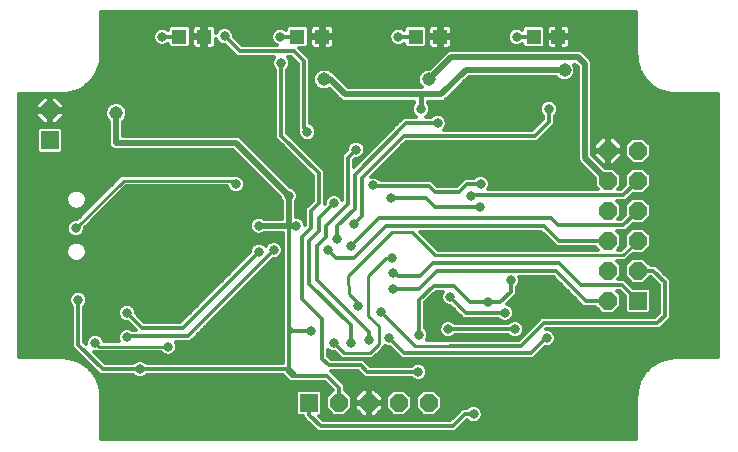
<source format=gbl>
G75*
G70*
%OFA0B0*%
%FSLAX24Y24*%
%IPPOS*%
%LPD*%
%AMOC8*
5,1,8,0,0,1.08239X$1,22.5*
%
%ADD10R,0.0472X0.0472*%
%ADD11R,0.0600X0.0600*%
%ADD12OC8,0.0600*%
%ADD13C,0.0120*%
%ADD14C,0.0320*%
%ADD15C,0.0450*%
%ADD16C,0.0200*%
%ADD17C,0.0100*%
%ADD18C,0.0160*%
D10*
X009886Y018179D03*
X010713Y018179D03*
X013823Y018179D03*
X014650Y018179D03*
X017760Y018179D03*
X018587Y018179D03*
X021697Y018179D03*
X022524Y018179D03*
D11*
X025170Y009379D03*
X014205Y005974D03*
X005575Y014726D03*
D12*
X005575Y015726D03*
X015205Y005974D03*
X016205Y005974D03*
X017205Y005974D03*
X018205Y005974D03*
X024170Y009379D03*
X024170Y010379D03*
X025170Y010379D03*
X025170Y011379D03*
X024170Y011379D03*
X024170Y012379D03*
X025170Y012379D03*
X025170Y013379D03*
X024170Y013379D03*
X024170Y014379D03*
X025170Y014379D03*
D13*
X007290Y006119D02*
X007290Y004756D01*
X025120Y004756D01*
X025120Y006119D01*
X025117Y006123D01*
X025120Y006176D01*
X025120Y006229D01*
X025125Y006233D01*
X025130Y006302D01*
X025123Y006312D01*
X025134Y006359D01*
X025137Y006407D01*
X025146Y006414D01*
X025162Y006488D01*
X025157Y006498D01*
X025174Y006543D01*
X025184Y006590D01*
X025193Y006596D01*
X025220Y006667D01*
X025217Y006678D01*
X025240Y006720D01*
X025256Y006765D01*
X025267Y006769D01*
X025303Y006835D01*
X025301Y006847D01*
X025330Y006885D01*
X025353Y006927D01*
X025364Y006930D01*
X025409Y006991D01*
X025409Y007002D01*
X025443Y007036D01*
X025472Y007074D01*
X025483Y007076D01*
X025536Y007129D01*
X025538Y007141D01*
X025576Y007169D01*
X025610Y007203D01*
X025622Y007203D01*
X025682Y007248D01*
X025685Y007259D01*
X025727Y007282D01*
X025766Y007311D01*
X025777Y007309D01*
X025843Y007346D01*
X025848Y007356D01*
X025893Y007373D01*
X025935Y007396D01*
X025946Y007392D01*
X026016Y007419D01*
X026022Y007428D01*
X026069Y007439D01*
X026114Y007455D01*
X026125Y007451D01*
X026198Y007467D01*
X026206Y007475D01*
X026253Y007479D01*
X026300Y007489D01*
X026310Y007483D01*
X026379Y007488D01*
X026384Y007492D01*
X026436Y007492D01*
X026489Y007496D01*
X026494Y007492D01*
X027856Y007492D01*
X027856Y016267D01*
X026494Y016267D01*
X026489Y016263D01*
X026436Y016267D01*
X026384Y016267D01*
X026379Y016271D01*
X026310Y016276D01*
X026300Y016270D01*
X026253Y016280D01*
X026206Y016283D01*
X026198Y016292D01*
X026125Y016308D01*
X026114Y016303D01*
X026069Y016320D01*
X026022Y016330D01*
X026016Y016340D01*
X025946Y016366D01*
X025935Y016363D01*
X025893Y016386D01*
X025848Y016403D01*
X025843Y016413D01*
X025777Y016449D01*
X025766Y016448D01*
X025727Y016476D01*
X025685Y016499D01*
X025682Y016510D01*
X025622Y016555D01*
X025610Y016555D01*
X025576Y016589D01*
X025538Y016618D01*
X025536Y016629D01*
X025483Y016683D01*
X025472Y016684D01*
X025443Y016723D01*
X025409Y016757D01*
X025409Y016768D01*
X025364Y016828D01*
X025353Y016831D01*
X025330Y016874D01*
X025301Y016912D01*
X025303Y016923D01*
X025267Y016989D01*
X025256Y016994D01*
X025240Y017039D01*
X025217Y017081D01*
X025220Y017092D01*
X025193Y017163D01*
X025184Y017169D01*
X025174Y017216D01*
X025157Y017261D01*
X025162Y017271D01*
X025146Y017345D01*
X025137Y017352D01*
X025134Y017400D01*
X025123Y017447D01*
X025130Y017456D01*
X025125Y017526D01*
X025120Y017530D01*
X025120Y017583D01*
X025117Y017636D01*
X025120Y017640D01*
X025120Y019003D01*
X007290Y019003D01*
X007290Y017640D01*
X007294Y017636D01*
X007290Y017583D01*
X007290Y017530D01*
X007286Y017526D01*
X007281Y017456D01*
X007287Y017447D01*
X007277Y017400D01*
X007274Y017352D01*
X007265Y017345D01*
X007249Y017271D01*
X007254Y017261D01*
X007237Y017216D01*
X007227Y017169D01*
X007217Y017163D01*
X007191Y017092D01*
X007194Y017081D01*
X007171Y017039D01*
X007154Y016994D01*
X007144Y016989D01*
X007108Y016923D01*
X007110Y016912D01*
X007081Y016874D01*
X007058Y016831D01*
X007047Y016828D01*
X007002Y016768D01*
X007002Y016757D01*
X006968Y016723D01*
X006939Y016684D01*
X006928Y016683D01*
X006874Y016629D01*
X006873Y016618D01*
X006835Y016589D01*
X006801Y016555D01*
X006789Y016555D01*
X006729Y016510D01*
X006726Y016499D01*
X006684Y016476D01*
X006645Y016448D01*
X006634Y016449D01*
X006568Y016413D01*
X006563Y016403D01*
X006518Y016386D01*
X006476Y016363D01*
X006465Y016366D01*
X006394Y016340D01*
X006388Y016330D01*
X006341Y016320D01*
X006296Y016303D01*
X006286Y016308D01*
X006212Y016292D01*
X006205Y016283D01*
X006157Y016280D01*
X006110Y016270D01*
X006101Y016276D01*
X006031Y016271D01*
X006027Y016267D01*
X005974Y016267D01*
X005921Y016263D01*
X005917Y016267D01*
X004554Y016267D01*
X004554Y007492D01*
X005917Y007492D01*
X005921Y007496D01*
X005974Y007492D01*
X006027Y007492D01*
X006031Y007488D01*
X006101Y007483D01*
X006110Y007489D01*
X006157Y007479D01*
X006205Y007475D01*
X006212Y007467D01*
X006286Y007451D01*
X006296Y007455D01*
X006341Y007439D01*
X006388Y007428D01*
X006394Y007419D01*
X006465Y007392D01*
X006476Y007396D01*
X006518Y007373D01*
X006563Y007356D01*
X006568Y007346D01*
X006634Y007309D01*
X006645Y007311D01*
X006683Y007282D01*
X006726Y007259D01*
X006729Y007248D01*
X006789Y007203D01*
X006801Y007203D01*
X006835Y007169D01*
X006873Y007141D01*
X006874Y007129D01*
X006928Y007076D01*
X006939Y007074D01*
X006968Y007036D01*
X007002Y007002D01*
X007002Y006991D01*
X007047Y006930D01*
X007058Y006927D01*
X007081Y006885D01*
X007110Y006847D01*
X007108Y006835D01*
X007144Y006769D01*
X007154Y006765D01*
X007171Y006720D01*
X007194Y006678D01*
X007191Y006667D01*
X007217Y006596D01*
X007227Y006590D01*
X007237Y006543D01*
X007254Y006498D01*
X007249Y006488D01*
X007265Y006414D01*
X007274Y006407D01*
X007277Y006359D01*
X007287Y006312D01*
X007281Y006302D01*
X007286Y006233D01*
X007290Y006229D01*
X007290Y006176D01*
X007294Y006123D01*
X007290Y006119D01*
X007293Y006137D02*
X013765Y006137D01*
X013765Y006256D02*
X007284Y006256D01*
X007276Y006374D02*
X013808Y006374D01*
X013847Y006414D02*
X013765Y006332D01*
X013765Y005616D01*
X013847Y005534D01*
X014005Y005534D01*
X014005Y005502D01*
X014122Y005385D01*
X014511Y004996D01*
X014677Y004996D01*
X018911Y004996D01*
X019077Y004996D01*
X019470Y005389D01*
X019524Y005335D01*
X019635Y005290D01*
X019754Y005290D01*
X019864Y005335D01*
X019949Y005420D01*
X019994Y005530D01*
X019994Y005649D01*
X019949Y005760D01*
X019864Y005844D01*
X019754Y005890D01*
X019635Y005890D01*
X019524Y005844D01*
X019476Y005796D01*
X019396Y005796D01*
X019316Y005798D01*
X019314Y005796D01*
X019311Y005796D01*
X019254Y005739D01*
X019196Y005683D01*
X019196Y005680D01*
X018911Y005396D01*
X014677Y005396D01*
X014539Y005534D01*
X014563Y005534D01*
X014645Y005616D01*
X014645Y006332D01*
X014563Y006414D01*
X013847Y006414D01*
X013865Y006679D02*
X013699Y006679D01*
X013637Y006679D01*
X013574Y006679D01*
X013546Y006708D01*
X013457Y006796D01*
X013457Y006797D01*
X013387Y006867D01*
X013387Y006867D01*
X013358Y006896D01*
X008806Y006896D01*
X008752Y006842D01*
X008642Y006796D01*
X008522Y006796D01*
X008412Y006842D01*
X008358Y006896D01*
X007415Y006896D01*
X007249Y006896D01*
X006436Y007708D01*
X006319Y007826D01*
X006319Y009184D01*
X006265Y009238D01*
X006219Y009349D01*
X006219Y009468D01*
X006265Y009578D01*
X006349Y009663D01*
X006460Y009708D01*
X006579Y009708D01*
X006689Y009663D01*
X006774Y009578D01*
X006819Y009468D01*
X006819Y009349D01*
X006774Y009238D01*
X006719Y009184D01*
X006719Y007991D01*
X006782Y007929D01*
X006782Y008031D01*
X006828Y008141D01*
X006912Y008225D01*
X007022Y008271D01*
X007142Y008271D01*
X007866Y008271D01*
X007844Y008218D02*
X007844Y008099D01*
X007870Y008036D01*
X007380Y008036D01*
X007336Y008141D01*
X007252Y008225D01*
X007142Y008271D01*
X007022Y008271D02*
X006719Y008271D01*
X006719Y008389D02*
X007951Y008389D01*
X007974Y008413D02*
X007890Y008328D01*
X007844Y008218D01*
X007844Y008152D02*
X007325Y008152D01*
X007974Y008413D02*
X008085Y008458D01*
X008204Y008458D01*
X008314Y008413D01*
X008331Y008396D01*
X008437Y008396D01*
X008436Y008396D01*
X008436Y008397D01*
X008161Y008671D01*
X008085Y008671D01*
X007974Y008717D01*
X007890Y008801D01*
X007844Y008911D01*
X007844Y009031D01*
X007890Y009141D01*
X007974Y009225D01*
X008085Y009271D01*
X008204Y009271D01*
X008314Y009225D01*
X008399Y009141D01*
X008444Y009031D01*
X008444Y008954D01*
X008719Y008679D01*
X009924Y008679D01*
X012232Y010987D01*
X012232Y011064D01*
X012278Y011174D01*
X012362Y011259D01*
X012472Y011304D01*
X012592Y011304D01*
X012702Y011259D01*
X012762Y011199D01*
X012778Y011237D01*
X012862Y011321D01*
X012972Y011367D01*
X013092Y011367D01*
X013202Y011321D01*
X013286Y011237D01*
X013332Y011127D01*
X013332Y011007D01*
X013286Y010897D01*
X013202Y010813D01*
X013092Y010767D01*
X013015Y010767D01*
X010361Y008113D01*
X010244Y007996D01*
X009782Y007996D01*
X009819Y007906D01*
X009819Y007786D01*
X009774Y007676D01*
X009689Y007592D01*
X009579Y007546D01*
X009460Y007546D01*
X009349Y007592D01*
X009285Y007656D01*
X007286Y007656D01*
X007128Y007656D01*
X007113Y007671D01*
X007040Y007671D01*
X007415Y007296D01*
X008358Y007296D01*
X008412Y007350D01*
X008522Y007396D01*
X008642Y007396D01*
X008752Y007350D01*
X008806Y007296D01*
X013332Y007296D01*
X013332Y008171D01*
X013332Y008296D01*
X013332Y008587D01*
X013332Y011639D01*
X012716Y011639D01*
X012702Y011625D01*
X012592Y011579D01*
X012472Y011579D01*
X012362Y011625D01*
X012278Y011709D01*
X012232Y011820D01*
X012232Y011939D01*
X012278Y012049D01*
X012362Y012134D01*
X012472Y012179D01*
X012592Y012179D01*
X012702Y012134D01*
X012716Y012119D01*
X013292Y012119D01*
X013292Y012130D01*
X013292Y012695D01*
X013278Y012709D01*
X013232Y012820D01*
X013232Y012840D01*
X011683Y014389D01*
X007830Y014389D01*
X007734Y014389D01*
X007646Y014426D01*
X007579Y014493D01*
X007542Y014582D01*
X007542Y015353D01*
X007473Y015423D01*
X007417Y015557D01*
X007417Y015702D01*
X007473Y015836D01*
X007575Y015939D01*
X007709Y015994D01*
X007855Y015994D01*
X007989Y015939D01*
X008092Y015836D01*
X008147Y015702D01*
X008147Y015557D01*
X008092Y015423D01*
X008022Y015353D01*
X008022Y014869D01*
X011734Y014869D01*
X011830Y014869D01*
X011918Y014833D01*
X013571Y013179D01*
X013592Y013179D01*
X013702Y013134D01*
X013786Y013049D01*
X013832Y012939D01*
X013832Y012820D01*
X013786Y012709D01*
X013772Y012695D01*
X013772Y012179D01*
X013842Y012179D01*
X013952Y012134D01*
X014036Y012049D01*
X014082Y011939D01*
X014082Y011900D01*
X014082Y011900D01*
X014082Y012296D01*
X014082Y012462D01*
X014332Y012712D01*
X014332Y013546D01*
X013199Y014679D01*
X013082Y014796D01*
X013082Y017083D01*
X013028Y017138D01*
X012982Y017248D01*
X012982Y017367D01*
X013028Y017477D01*
X013049Y017499D01*
X011977Y017499D01*
X011811Y017499D01*
X011411Y017899D01*
X011335Y017899D01*
X011224Y017945D01*
X011140Y018029D01*
X011109Y018103D01*
X011109Y017921D01*
X011099Y017881D01*
X011077Y017844D01*
X011048Y017814D01*
X011011Y017793D01*
X010971Y017782D01*
X010771Y017782D01*
X010771Y018120D01*
X010655Y018120D01*
X010655Y017782D01*
X010456Y017782D01*
X010415Y017793D01*
X010379Y017814D01*
X010349Y017844D01*
X010328Y017881D01*
X010317Y017921D01*
X010317Y018120D01*
X010655Y018120D01*
X010655Y018237D01*
X010655Y018575D01*
X010456Y018575D01*
X010415Y018564D01*
X010379Y018543D01*
X010349Y018513D01*
X010328Y018477D01*
X010317Y018436D01*
X010317Y018237D01*
X010655Y018237D01*
X010771Y018237D01*
X010771Y018575D01*
X010971Y018575D01*
X011011Y018564D01*
X011048Y018543D01*
X011077Y018513D01*
X011099Y018477D01*
X011109Y018436D01*
X011109Y018295D01*
X011140Y018369D01*
X011224Y018453D01*
X011335Y018499D01*
X011454Y018499D01*
X011564Y018453D01*
X011649Y018369D01*
X011694Y018259D01*
X011694Y018182D01*
X011977Y017899D01*
X013144Y017899D01*
X013083Y017924D01*
X012998Y018009D01*
X012953Y018119D01*
X012953Y018238D01*
X012998Y018349D01*
X013083Y018433D01*
X013193Y018479D01*
X013312Y018479D01*
X013423Y018433D01*
X013447Y018408D01*
X013447Y018473D01*
X013529Y018555D01*
X014118Y018555D01*
X014200Y018473D01*
X014200Y017884D01*
X014118Y017802D01*
X013874Y017802D01*
X013894Y017782D01*
X014232Y017444D01*
X014232Y017278D01*
X014232Y015298D01*
X014327Y015259D01*
X014411Y015174D01*
X014457Y015064D01*
X014457Y014945D01*
X014411Y014834D01*
X014327Y014750D01*
X014217Y014704D01*
X014097Y014704D01*
X013987Y014750D01*
X013903Y014834D01*
X013857Y014945D01*
X013857Y015021D01*
X013832Y015046D01*
X013832Y017278D01*
X013611Y017499D01*
X013515Y017499D01*
X013536Y017477D01*
X013582Y017367D01*
X013582Y017248D01*
X013536Y017138D01*
X013482Y017083D01*
X013482Y014962D01*
X014732Y013712D01*
X014732Y013546D01*
X014732Y012612D01*
X014732Y012612D01*
X014732Y012689D01*
X014778Y012799D01*
X014862Y012884D01*
X014972Y012929D01*
X015092Y012929D01*
X015202Y012884D01*
X015286Y012799D01*
X015309Y012746D01*
X015309Y014071D01*
X015309Y014236D01*
X015482Y014410D01*
X015482Y014476D01*
X015528Y014587D01*
X015612Y014671D01*
X015722Y014717D01*
X015842Y014717D01*
X015952Y014671D01*
X016036Y014587D01*
X016082Y014476D01*
X016082Y014357D01*
X016036Y014247D01*
X015952Y014162D01*
X015842Y014117D01*
X015755Y014117D01*
X015708Y014071D01*
X015708Y013839D01*
X017257Y015387D01*
X017374Y015505D01*
X017786Y015505D01*
X017773Y015510D01*
X017689Y015594D01*
X017643Y015704D01*
X017643Y015824D01*
X017689Y015934D01*
X017723Y015968D01*
X017723Y016014D01*
X015359Y016014D01*
X015271Y016051D01*
X015204Y016118D01*
X014892Y016431D01*
X014792Y016389D01*
X014647Y016389D01*
X014513Y016445D01*
X014410Y016548D01*
X014355Y016682D01*
X014355Y016827D01*
X014410Y016961D01*
X014513Y017064D01*
X014647Y017119D01*
X014792Y017119D01*
X014926Y017064D01*
X015025Y016965D01*
X015043Y016958D01*
X015507Y016494D01*
X017939Y016494D01*
X017963Y016494D01*
X017910Y016548D01*
X017855Y016682D01*
X017855Y016827D01*
X017910Y016961D01*
X018013Y017064D01*
X018147Y017119D01*
X018245Y017119D01*
X018819Y017693D01*
X018907Y017730D01*
X019003Y017730D01*
X023236Y017730D01*
X023324Y017693D01*
X023392Y017626D01*
X023392Y017626D01*
X023554Y017464D01*
X023554Y017464D01*
X023621Y017396D01*
X023658Y017308D01*
X023658Y014225D01*
X024067Y013819D01*
X024352Y013819D01*
X024610Y013562D01*
X024610Y013197D01*
X024509Y013096D01*
X024598Y013096D01*
X024730Y013226D01*
X024730Y013562D01*
X024988Y013819D01*
X025352Y013819D01*
X025610Y013562D01*
X025610Y013197D01*
X025352Y012939D01*
X025009Y012939D01*
X024820Y012753D01*
X024763Y012696D01*
X024762Y012696D01*
X024762Y012695D01*
X024679Y012696D01*
X024476Y012696D01*
X024610Y012562D01*
X024610Y012197D01*
X024509Y012096D01*
X024598Y012096D01*
X024730Y012226D01*
X024730Y012562D01*
X024988Y012819D01*
X025352Y012819D01*
X025610Y012562D01*
X025610Y012197D01*
X025352Y011939D01*
X025009Y011939D01*
X024820Y011753D01*
X024763Y011696D01*
X024762Y011696D01*
X024762Y011695D01*
X024679Y011696D01*
X024476Y011696D01*
X024610Y011562D01*
X024610Y011197D01*
X024499Y011086D01*
X024602Y011086D01*
X024730Y011212D01*
X024730Y011562D01*
X024988Y011819D01*
X025352Y011819D01*
X025610Y011562D01*
X025610Y011197D01*
X025352Y010939D01*
X024995Y010939D01*
X024816Y010763D01*
X024759Y010706D01*
X024758Y010706D01*
X024758Y010705D01*
X024679Y010706D01*
X024466Y010706D01*
X024610Y010562D01*
X024610Y010197D01*
X024509Y010096D01*
X024646Y010096D01*
X024729Y010096D01*
X024729Y010096D01*
X024730Y010096D01*
X024787Y010038D01*
X025009Y009819D01*
X025528Y009819D01*
X025610Y009737D01*
X025610Y009021D01*
X025528Y008939D01*
X024812Y008939D01*
X024730Y009021D01*
X024730Y009533D01*
X024565Y009696D01*
X024476Y009696D01*
X024610Y009562D01*
X024610Y009197D01*
X024352Y008939D01*
X023988Y008939D01*
X023748Y009179D01*
X023515Y009179D01*
X023349Y009179D01*
X022349Y010179D01*
X021219Y010179D01*
X021238Y010133D01*
X021238Y010013D01*
X021193Y009903D01*
X021138Y009849D01*
X021138Y009762D01*
X021138Y009596D01*
X020817Y009275D01*
X020918Y009234D01*
X021003Y009149D01*
X021048Y009039D01*
X021048Y008920D01*
X021003Y008809D01*
X020918Y008725D01*
X020808Y008679D01*
X020689Y008679D01*
X020578Y008725D01*
X020524Y008779D01*
X019515Y008779D01*
X019349Y008779D01*
X018920Y009209D01*
X018859Y009209D01*
X018749Y009255D01*
X018665Y009339D01*
X018619Y009449D01*
X018619Y009569D01*
X018665Y009679D01*
X018665Y009679D01*
X018444Y009679D01*
X018091Y009326D01*
X018091Y008461D01*
X018145Y008407D01*
X018191Y008297D01*
X018191Y008177D01*
X018146Y008069D01*
X018814Y008069D01*
X018824Y008079D01*
X021199Y008079D01*
X021949Y008829D01*
X022115Y008829D01*
X025731Y008829D01*
X025864Y008962D01*
X025864Y009913D01*
X025597Y010179D01*
X025592Y010179D01*
X025352Y009939D01*
X024988Y009939D01*
X024730Y010197D01*
X024730Y010562D01*
X024988Y010819D01*
X025352Y010819D01*
X025592Y010579D01*
X025597Y010579D01*
X025763Y010579D01*
X026264Y010079D01*
X026264Y009913D01*
X026264Y008962D01*
X026264Y008796D01*
X025896Y008429D01*
X025731Y008429D01*
X022115Y008429D01*
X022115Y008429D01*
X022184Y008429D01*
X022295Y008384D01*
X022379Y008299D01*
X022425Y008189D01*
X022425Y008070D01*
X022379Y007959D01*
X022295Y007875D01*
X022184Y007829D01*
X022084Y007829D01*
X021684Y007429D01*
X021518Y007429D01*
X017469Y007429D01*
X017303Y007429D01*
X016903Y007829D01*
X016826Y007829D01*
X016731Y007869D01*
X016731Y007845D01*
X016435Y007549D01*
X016323Y007437D01*
X015458Y007437D01*
X015300Y007437D01*
X015064Y007673D01*
X014973Y007673D01*
X014863Y007719D01*
X014857Y007725D01*
X014857Y007526D01*
X014950Y007434D01*
X015845Y007434D01*
X016011Y007434D01*
X016240Y007204D01*
X017625Y007204D01*
X017679Y007259D01*
X017789Y007304D01*
X017909Y007304D01*
X018019Y007259D01*
X018103Y007174D01*
X018149Y007064D01*
X018149Y006945D01*
X018103Y006834D01*
X018019Y006750D01*
X017909Y006704D01*
X017789Y006704D01*
X017679Y006750D01*
X017625Y006804D01*
X016240Y006804D01*
X016074Y006804D01*
X015845Y007034D01*
X014939Y007034D01*
X015405Y006568D01*
X015405Y006402D01*
X015405Y006396D01*
X015645Y006156D01*
X015645Y005792D01*
X015388Y005534D01*
X015023Y005534D01*
X014765Y005792D01*
X014765Y006156D01*
X015005Y006396D01*
X015005Y006402D01*
X014728Y006679D01*
X013865Y006679D01*
X013782Y006879D02*
X013720Y006879D01*
X013532Y007067D01*
X013532Y007129D01*
X013566Y007096D01*
X013782Y006879D01*
X014811Y006879D01*
X015205Y006485D01*
X015205Y005974D01*
X014865Y006256D02*
X014645Y006256D01*
X014645Y006137D02*
X014765Y006137D01*
X014765Y006018D02*
X014645Y006018D01*
X014645Y005900D02*
X014765Y005900D01*
X014776Y005781D02*
X014645Y005781D01*
X014645Y005663D02*
X014894Y005663D01*
X015013Y005544D02*
X014574Y005544D01*
X014647Y005426D02*
X018941Y005426D01*
X019060Y005544D02*
X018398Y005544D01*
X018388Y005534D02*
X018645Y005792D01*
X018645Y006156D01*
X018388Y006414D01*
X018023Y006414D01*
X017765Y006156D01*
X017765Y005792D01*
X018023Y005534D01*
X018388Y005534D01*
X018516Y005663D02*
X019178Y005663D01*
X019297Y005781D02*
X018635Y005781D01*
X018645Y005900D02*
X025120Y005900D01*
X025120Y006018D02*
X018645Y006018D01*
X018645Y006137D02*
X025118Y006137D01*
X025126Y006256D02*
X018546Y006256D01*
X018427Y006374D02*
X025135Y006374D01*
X025159Y006493D02*
X015405Y006493D01*
X015427Y006374D02*
X015955Y006374D01*
X016015Y006434D02*
X015745Y006164D01*
X015745Y006014D01*
X016165Y006014D01*
X016165Y005934D01*
X015745Y005934D01*
X015745Y005783D01*
X016015Y005514D01*
X016165Y005514D01*
X016165Y005934D01*
X016245Y005934D01*
X016245Y005514D01*
X016396Y005514D01*
X016665Y005783D01*
X016665Y005934D01*
X016246Y005934D01*
X016246Y006014D01*
X016665Y006014D01*
X016665Y006164D01*
X016396Y006434D01*
X016245Y006434D01*
X016245Y006014D01*
X016165Y006014D01*
X016165Y006434D01*
X016015Y006434D01*
X016165Y006374D02*
X016245Y006374D01*
X016245Y006256D02*
X016165Y006256D01*
X016165Y006137D02*
X016245Y006137D01*
X016245Y006018D02*
X016165Y006018D01*
X016165Y005900D02*
X016245Y005900D01*
X016245Y005781D02*
X016165Y005781D01*
X016165Y005663D02*
X016245Y005663D01*
X016245Y005544D02*
X016165Y005544D01*
X015984Y005544D02*
X015398Y005544D01*
X015516Y005663D02*
X015866Y005663D01*
X015747Y005781D02*
X015635Y005781D01*
X015645Y005900D02*
X015745Y005900D01*
X015745Y006018D02*
X015645Y006018D01*
X015645Y006137D02*
X015745Y006137D01*
X015836Y006256D02*
X015546Y006256D01*
X014983Y006374D02*
X014603Y006374D01*
X014796Y006611D02*
X007212Y006611D01*
X007251Y006493D02*
X014915Y006493D01*
X015243Y006730D02*
X017728Y006730D01*
X017970Y006730D02*
X025243Y006730D01*
X025199Y006611D02*
X015362Y006611D01*
X015125Y006848D02*
X016030Y006848D01*
X015912Y006967D02*
X015006Y006967D01*
X014867Y007234D02*
X015928Y007234D01*
X016157Y007004D01*
X017849Y007004D01*
X018074Y007204D02*
X025622Y007204D01*
X025492Y007085D02*
X018140Y007085D01*
X018149Y006967D02*
X025391Y006967D01*
X025302Y006848D02*
X018109Y006848D01*
X017983Y006374D02*
X017427Y006374D01*
X017388Y006414D02*
X017023Y006414D01*
X016765Y006156D01*
X016765Y005792D01*
X017023Y005534D01*
X017388Y005534D01*
X017645Y005792D01*
X017645Y006156D01*
X017388Y006414D01*
X017546Y006256D02*
X017865Y006256D01*
X017765Y006137D02*
X017645Y006137D01*
X017645Y006018D02*
X017765Y006018D01*
X017765Y005900D02*
X017645Y005900D01*
X017635Y005781D02*
X017776Y005781D01*
X017894Y005663D02*
X017516Y005663D01*
X017398Y005544D02*
X018013Y005544D01*
X018994Y005196D02*
X019394Y005596D01*
X019694Y005590D01*
X019592Y005307D02*
X019388Y005307D01*
X019270Y005189D02*
X025120Y005189D01*
X025120Y005307D02*
X019796Y005307D01*
X019951Y005426D02*
X025120Y005426D01*
X025120Y005544D02*
X019994Y005544D01*
X019989Y005663D02*
X025120Y005663D01*
X025120Y005781D02*
X019927Y005781D01*
X019151Y005070D02*
X025120Y005070D01*
X025120Y004952D02*
X007290Y004952D01*
X007290Y005070D02*
X014437Y005070D01*
X014319Y005189D02*
X007290Y005189D01*
X007290Y005307D02*
X014200Y005307D01*
X014082Y005426D02*
X007290Y005426D01*
X007290Y005544D02*
X013837Y005544D01*
X013765Y005663D02*
X007290Y005663D01*
X007290Y005781D02*
X013765Y005781D01*
X013765Y005900D02*
X007290Y005900D01*
X007290Y006018D02*
X013765Y006018D01*
X014205Y005974D02*
X014205Y005585D01*
X014594Y005196D01*
X018994Y005196D01*
X017013Y005544D02*
X016426Y005544D01*
X016545Y005663D02*
X016894Y005663D01*
X016776Y005781D02*
X016663Y005781D01*
X016665Y005900D02*
X016765Y005900D01*
X016765Y006018D02*
X016665Y006018D01*
X016665Y006137D02*
X016765Y006137D01*
X016865Y006256D02*
X016574Y006256D01*
X016456Y006374D02*
X016983Y006374D01*
X017292Y007441D02*
X016327Y007441D01*
X016446Y007559D02*
X017173Y007559D01*
X017055Y007678D02*
X016564Y007678D01*
X016683Y007797D02*
X016936Y007797D01*
X016886Y008129D02*
X017386Y007629D01*
X021601Y007629D01*
X022111Y008139D01*
X022125Y008129D01*
X022335Y007915D02*
X027856Y007915D01*
X027856Y007797D02*
X022051Y007797D01*
X021933Y007678D02*
X027856Y007678D01*
X027856Y007559D02*
X021814Y007559D01*
X021695Y007441D02*
X026076Y007441D01*
X025801Y007322D02*
X016122Y007322D01*
X015297Y007441D02*
X014942Y007441D01*
X014857Y007559D02*
X015178Y007559D01*
X014962Y007678D02*
X014857Y007678D01*
X014657Y007443D02*
X014867Y007234D01*
X014657Y007443D02*
X014657Y008754D01*
X013970Y009442D01*
X013970Y011504D01*
X014282Y011817D01*
X014282Y012379D01*
X014532Y012629D01*
X014532Y013629D01*
X013282Y014879D01*
X013282Y017308D01*
X012995Y017399D02*
X007277Y017399D01*
X007285Y017517D02*
X011793Y017517D01*
X011675Y017636D02*
X007294Y017636D01*
X007290Y017754D02*
X011556Y017754D01*
X011438Y017873D02*
X011094Y017873D01*
X011109Y017991D02*
X011178Y017991D01*
X011394Y018199D02*
X011894Y017699D01*
X013694Y017699D01*
X014032Y017361D01*
X014032Y015129D01*
X013832Y015146D02*
X013482Y015146D01*
X013482Y015028D02*
X013851Y015028D01*
X013872Y014909D02*
X013535Y014909D01*
X013654Y014791D02*
X013947Y014791D01*
X013772Y014672D02*
X015615Y014672D01*
X015514Y014554D02*
X013891Y014554D01*
X014009Y014435D02*
X015482Y014435D01*
X015389Y014316D02*
X014128Y014316D01*
X014246Y014198D02*
X015309Y014198D01*
X015309Y014079D02*
X014365Y014079D01*
X014483Y013961D02*
X015309Y013961D01*
X015309Y013842D02*
X014602Y013842D01*
X014721Y013724D02*
X015309Y013724D01*
X015309Y013605D02*
X014732Y013605D01*
X014732Y013487D02*
X015309Y013487D01*
X015309Y013368D02*
X014732Y013368D01*
X014732Y013250D02*
X015309Y013250D01*
X015309Y013131D02*
X014732Y013131D01*
X014732Y013012D02*
X015309Y013012D01*
X015309Y012894D02*
X015177Y012894D01*
X015296Y012775D02*
X015309Y012775D01*
X015509Y012606D02*
X015509Y014153D01*
X015771Y014416D01*
X015782Y014416D01*
X015782Y014417D01*
X015988Y014198D02*
X016068Y014198D01*
X016065Y014316D02*
X016186Y014316D01*
X016082Y014435D02*
X016305Y014435D01*
X016424Y014554D02*
X016050Y014554D01*
X015950Y014672D02*
X016542Y014672D01*
X016661Y014791D02*
X014368Y014791D01*
X014442Y014909D02*
X016779Y014909D01*
X016898Y015028D02*
X014457Y015028D01*
X014423Y015146D02*
X017016Y015146D01*
X017135Y015265D02*
X014312Y015265D01*
X014232Y015383D02*
X017253Y015383D01*
X017372Y015502D02*
X014232Y015502D01*
X014232Y015620D02*
X017678Y015620D01*
X017643Y015739D02*
X014232Y015739D01*
X014232Y015858D02*
X017657Y015858D01*
X017723Y015976D02*
X014232Y015976D01*
X014232Y016095D02*
X015227Y016095D01*
X015109Y016213D02*
X014232Y016213D01*
X014232Y016332D02*
X014990Y016332D01*
X015314Y016687D02*
X017855Y016687D01*
X017855Y016806D02*
X015195Y016806D01*
X015076Y016924D02*
X017895Y016924D01*
X017992Y017043D02*
X014947Y017043D01*
X014492Y017043D02*
X014232Y017043D01*
X014232Y017161D02*
X018287Y017161D01*
X018406Y017280D02*
X014232Y017280D01*
X014232Y017399D02*
X018524Y017399D01*
X018643Y017517D02*
X014159Y017517D01*
X014041Y017636D02*
X018762Y017636D01*
X018845Y017782D02*
X018885Y017793D01*
X018922Y017814D01*
X018951Y017844D01*
X018973Y017881D01*
X018983Y017921D01*
X018983Y018120D01*
X018646Y018120D01*
X018646Y018237D01*
X018983Y018237D01*
X018983Y018436D01*
X018973Y018477D01*
X018951Y018513D01*
X018922Y018543D01*
X018885Y018564D01*
X018845Y018575D01*
X018645Y018575D01*
X018645Y018237D01*
X018529Y018237D01*
X018529Y018575D01*
X018330Y018575D01*
X018289Y018564D01*
X018253Y018543D01*
X018223Y018513D01*
X018202Y018477D01*
X018191Y018436D01*
X018191Y018237D01*
X018529Y018237D01*
X018529Y018120D01*
X018645Y018120D01*
X018645Y017782D01*
X018845Y017782D01*
X018968Y017873D02*
X021333Y017873D01*
X021321Y017884D02*
X021403Y017802D01*
X021992Y017802D01*
X022074Y017884D01*
X022074Y018473D01*
X021992Y018555D01*
X021403Y018555D01*
X021321Y018473D01*
X021321Y018408D01*
X021297Y018433D01*
X021186Y018479D01*
X021067Y018479D01*
X020957Y018433D01*
X020872Y018349D01*
X020827Y018238D01*
X020827Y018119D01*
X020872Y018009D01*
X020957Y017924D01*
X021067Y017879D01*
X021186Y017879D01*
X021297Y017924D01*
X021321Y017949D01*
X021321Y017884D01*
X021127Y018179D02*
X021697Y018179D01*
X022074Y018228D02*
X022466Y018228D01*
X022466Y018237D02*
X022466Y018120D01*
X022582Y018120D01*
X022582Y017782D01*
X022782Y017782D01*
X022822Y017793D01*
X022859Y017814D01*
X022888Y017844D01*
X022910Y017881D01*
X022920Y017921D01*
X022920Y018120D01*
X022583Y018120D01*
X022583Y018237D01*
X022920Y018237D01*
X022920Y018436D01*
X022910Y018477D01*
X022888Y018513D01*
X022859Y018543D01*
X022822Y018564D01*
X022782Y018575D01*
X022582Y018575D01*
X022582Y018237D01*
X022466Y018237D01*
X022466Y018575D01*
X022267Y018575D01*
X022226Y018564D01*
X022190Y018543D01*
X022160Y018513D01*
X022139Y018477D01*
X022128Y018436D01*
X022128Y018237D01*
X022466Y018237D01*
X022466Y018347D02*
X022582Y018347D01*
X022582Y018465D02*
X022466Y018465D01*
X022583Y018228D02*
X025120Y018228D01*
X025120Y018110D02*
X022920Y018110D01*
X022920Y017991D02*
X025120Y017991D01*
X025120Y017873D02*
X022905Y017873D01*
X022582Y017873D02*
X022466Y017873D01*
X022466Y017782D02*
X022466Y018120D01*
X022128Y018120D01*
X022128Y017921D01*
X022139Y017881D01*
X022160Y017844D01*
X022190Y017814D01*
X022226Y017793D01*
X022267Y017782D01*
X022466Y017782D01*
X022466Y017991D02*
X022582Y017991D01*
X022582Y018110D02*
X022466Y018110D01*
X022128Y018110D02*
X022074Y018110D01*
X022074Y017991D02*
X022128Y017991D01*
X022143Y017873D02*
X022062Y017873D01*
X022074Y018347D02*
X022128Y018347D01*
X022136Y018465D02*
X022074Y018465D01*
X021321Y018465D02*
X021218Y018465D01*
X021035Y018465D02*
X018976Y018465D01*
X018983Y018347D02*
X020872Y018347D01*
X020827Y018228D02*
X018646Y018228D01*
X018529Y018228D02*
X018137Y018228D01*
X018137Y018110D02*
X018191Y018110D01*
X018191Y018120D02*
X018191Y017921D01*
X018202Y017881D01*
X018223Y017844D01*
X018253Y017814D01*
X018289Y017793D01*
X018330Y017782D01*
X018529Y017782D01*
X018529Y018120D01*
X018191Y018120D01*
X018191Y017991D02*
X018137Y017991D01*
X018137Y017884D02*
X018137Y018473D01*
X018055Y018555D01*
X017466Y018555D01*
X017384Y018473D01*
X017384Y018408D01*
X017360Y018433D01*
X017249Y018479D01*
X017130Y018479D01*
X017020Y018433D01*
X016935Y018349D01*
X016890Y018238D01*
X016890Y018119D01*
X016935Y018009D01*
X017020Y017924D01*
X017130Y017879D01*
X017249Y017879D01*
X017360Y017924D01*
X017384Y017949D01*
X017384Y017884D01*
X017466Y017802D01*
X018055Y017802D01*
X018137Y017884D01*
X018125Y017873D02*
X018206Y017873D01*
X018529Y017873D02*
X018645Y017873D01*
X018645Y017991D02*
X018529Y017991D01*
X018529Y018110D02*
X018645Y018110D01*
X018645Y018347D02*
X018529Y018347D01*
X018529Y018465D02*
X018645Y018465D01*
X018199Y018465D02*
X018137Y018465D01*
X018137Y018347D02*
X018191Y018347D01*
X017760Y018179D02*
X017190Y018179D01*
X016953Y017991D02*
X015046Y017991D01*
X015046Y017921D02*
X015046Y018120D01*
X014709Y018120D01*
X014709Y018237D01*
X015046Y018237D01*
X015046Y018436D01*
X015036Y018477D01*
X015014Y018513D01*
X014985Y018543D01*
X014948Y018564D01*
X014908Y018575D01*
X014708Y018575D01*
X014708Y018237D01*
X014592Y018237D01*
X014592Y018575D01*
X014393Y018575D01*
X014352Y018564D01*
X014316Y018543D01*
X014286Y018513D01*
X014265Y018477D01*
X014254Y018436D01*
X014254Y018237D01*
X014592Y018237D01*
X014592Y018120D01*
X014708Y018120D01*
X014708Y017782D01*
X014908Y017782D01*
X014948Y017793D01*
X014985Y017814D01*
X015014Y017844D01*
X015036Y017881D01*
X015046Y017921D01*
X015031Y017873D02*
X017396Y017873D01*
X016893Y018110D02*
X015046Y018110D01*
X015046Y018347D02*
X016935Y018347D01*
X016890Y018228D02*
X014709Y018228D01*
X014592Y018228D02*
X014200Y018228D01*
X014200Y018110D02*
X014254Y018110D01*
X014254Y018120D02*
X014254Y017921D01*
X014265Y017881D01*
X014286Y017844D01*
X014316Y017814D01*
X014352Y017793D01*
X014393Y017782D01*
X014592Y017782D01*
X014592Y018120D01*
X014254Y018120D01*
X014254Y017991D02*
X014200Y017991D01*
X014188Y017873D02*
X014269Y017873D01*
X014592Y017873D02*
X014708Y017873D01*
X014708Y017991D02*
X014592Y017991D01*
X014592Y018110D02*
X014708Y018110D01*
X014708Y018347D02*
X014592Y018347D01*
X014592Y018465D02*
X014708Y018465D01*
X015039Y018465D02*
X017098Y018465D01*
X017281Y018465D02*
X017384Y018465D01*
X018983Y018110D02*
X020830Y018110D01*
X020890Y017991D02*
X018983Y017991D01*
X019532Y016835D02*
X022450Y016835D01*
X022519Y016765D01*
X022653Y016710D01*
X022798Y016710D01*
X022933Y016765D01*
X023035Y016868D01*
X023091Y017002D01*
X023091Y017147D01*
X023048Y017250D01*
X023089Y017250D01*
X023178Y017161D01*
X023178Y014172D01*
X023178Y014172D01*
X023178Y014124D01*
X023178Y014077D01*
X023178Y014076D01*
X023197Y014030D01*
X023214Y013989D01*
X023215Y013989D01*
X023215Y013988D01*
X023248Y013955D01*
X023282Y013922D01*
X023282Y013921D01*
X023730Y013478D01*
X023730Y013197D01*
X023831Y013096D01*
X020187Y013096D01*
X020228Y013196D01*
X020228Y013315D01*
X020182Y013425D01*
X020098Y013510D01*
X019988Y013556D01*
X019868Y013556D01*
X019758Y013510D01*
X019703Y013455D01*
X019464Y013454D01*
X019387Y013454D01*
X019387Y013454D01*
X019386Y013454D01*
X019328Y013395D01*
X019137Y013204D01*
X018490Y013204D01*
X018420Y013275D01*
X018302Y013392D01*
X016603Y013392D01*
X016521Y013474D01*
X016411Y013519D01*
X016291Y013519D01*
X016288Y013518D01*
X017449Y014679D01*
X021654Y014679D01*
X021820Y014679D01*
X022287Y015147D01*
X022404Y015264D01*
X022404Y015547D01*
X022459Y015601D01*
X022504Y015711D01*
X022504Y015831D01*
X022459Y015941D01*
X022374Y016025D01*
X022264Y016071D01*
X022145Y016071D01*
X022035Y016025D01*
X021950Y015941D01*
X021905Y015831D01*
X021905Y015711D01*
X021950Y015601D01*
X022005Y015547D01*
X022005Y015430D01*
X021654Y015079D01*
X018694Y015079D01*
X018750Y015135D01*
X018795Y015245D01*
X018795Y015364D01*
X018750Y015474D01*
X018665Y015559D01*
X018555Y015605D01*
X018436Y015605D01*
X018325Y015559D01*
X018271Y015505D01*
X018101Y015505D01*
X018113Y015510D01*
X018197Y015594D01*
X018243Y015704D01*
X018243Y015824D01*
X018197Y015934D01*
X018163Y015968D01*
X018163Y016014D01*
X018564Y016014D01*
X018660Y016014D01*
X018748Y016051D01*
X019532Y016835D01*
X019503Y016806D02*
X022478Y016806D01*
X022973Y016806D02*
X023178Y016806D01*
X023178Y016924D02*
X023059Y016924D01*
X023091Y017043D02*
X023178Y017043D01*
X023177Y017161D02*
X023085Y017161D01*
X023500Y017517D02*
X025125Y017517D01*
X025134Y017399D02*
X023619Y017399D01*
X023658Y017280D02*
X025160Y017280D01*
X025194Y017161D02*
X023658Y017161D01*
X023658Y017043D02*
X025237Y017043D01*
X025302Y016924D02*
X023658Y016924D01*
X023658Y016806D02*
X025381Y016806D01*
X025469Y016687D02*
X023658Y016687D01*
X023658Y016569D02*
X025597Y016569D01*
X025762Y016450D02*
X023658Y016450D01*
X023658Y016332D02*
X026021Y016332D01*
X027856Y016213D02*
X023658Y016213D01*
X023658Y016095D02*
X027856Y016095D01*
X027856Y015976D02*
X023658Y015976D01*
X023658Y015858D02*
X027856Y015858D01*
X027856Y015739D02*
X023658Y015739D01*
X023658Y015620D02*
X027856Y015620D01*
X027856Y015502D02*
X023658Y015502D01*
X023658Y015383D02*
X027856Y015383D01*
X027856Y015265D02*
X023658Y015265D01*
X023658Y015146D02*
X027856Y015146D01*
X027856Y015028D02*
X023658Y015028D01*
X023658Y014909D02*
X027856Y014909D01*
X027856Y014791D02*
X025381Y014791D01*
X025352Y014819D02*
X024988Y014819D01*
X024730Y014562D01*
X024730Y014197D01*
X024988Y013939D01*
X025352Y013939D01*
X025610Y014197D01*
X025610Y014562D01*
X025352Y014819D01*
X025499Y014672D02*
X027856Y014672D01*
X027856Y014554D02*
X025610Y014554D01*
X025610Y014435D02*
X027856Y014435D01*
X027856Y014316D02*
X025610Y014316D01*
X025610Y014198D02*
X027856Y014198D01*
X027856Y014079D02*
X025492Y014079D01*
X025374Y013961D02*
X027856Y013961D01*
X027856Y013842D02*
X024044Y013842D01*
X023979Y013919D02*
X024130Y013919D01*
X024130Y014339D01*
X024210Y014339D01*
X024210Y013919D01*
X024360Y013919D01*
X024630Y014189D01*
X024630Y014339D01*
X024210Y014339D01*
X024210Y014419D01*
X024630Y014419D01*
X024630Y014570D01*
X024360Y014839D01*
X024210Y014839D01*
X024210Y014420D01*
X024130Y014420D01*
X024130Y014839D01*
X023979Y014839D01*
X023710Y014570D01*
X023710Y014419D01*
X024130Y014419D01*
X024130Y014339D01*
X023710Y014339D01*
X023710Y014189D01*
X023979Y013919D01*
X023938Y013961D02*
X023924Y013961D01*
X023819Y014079D02*
X023805Y014079D01*
X023710Y014198D02*
X023685Y014198D01*
X023710Y014316D02*
X023658Y014316D01*
X023658Y014435D02*
X023710Y014435D01*
X023710Y014554D02*
X023658Y014554D01*
X023658Y014672D02*
X023812Y014672D01*
X023931Y014791D02*
X023658Y014791D01*
X024130Y014791D02*
X024210Y014791D01*
X024210Y014672D02*
X024130Y014672D01*
X024130Y014554D02*
X024210Y014554D01*
X024210Y014435D02*
X024130Y014435D01*
X024130Y014316D02*
X024210Y014316D01*
X024210Y014198D02*
X024130Y014198D01*
X024130Y014079D02*
X024210Y014079D01*
X024210Y013961D02*
X024130Y013961D01*
X024402Y013961D02*
X024966Y013961D01*
X024848Y014079D02*
X024520Y014079D01*
X024630Y014198D02*
X024730Y014198D01*
X024730Y014316D02*
X024630Y014316D01*
X024630Y014435D02*
X024730Y014435D01*
X024730Y014554D02*
X024630Y014554D01*
X024528Y014672D02*
X024840Y014672D01*
X024959Y014791D02*
X024409Y014791D01*
X023178Y014791D02*
X021931Y014791D01*
X022049Y014909D02*
X023178Y014909D01*
X023178Y015028D02*
X022168Y015028D01*
X022287Y015146D02*
X023178Y015146D01*
X023178Y015265D02*
X022404Y015265D01*
X022404Y015383D02*
X023178Y015383D01*
X023178Y015502D02*
X022404Y015502D01*
X022467Y015620D02*
X023178Y015620D01*
X023178Y015739D02*
X022504Y015739D01*
X022493Y015858D02*
X023178Y015858D01*
X023178Y015976D02*
X022424Y015976D01*
X022205Y015771D02*
X022205Y015347D01*
X021737Y014879D01*
X017366Y014879D01*
X015968Y013481D01*
X015968Y012190D01*
X015720Y011942D01*
X015727Y012449D02*
X015157Y011879D01*
X015157Y011442D01*
X014782Y011504D02*
X014782Y011879D01*
X015509Y012606D01*
X015727Y012449D02*
X015727Y013574D01*
X017457Y015305D01*
X018495Y015305D01*
X018722Y015502D02*
X022005Y015502D01*
X021958Y015383D02*
X018787Y015383D01*
X018795Y015265D02*
X021839Y015265D01*
X021721Y015146D02*
X018754Y015146D01*
X018208Y015620D02*
X021942Y015620D01*
X021905Y015739D02*
X018243Y015739D01*
X018229Y015858D02*
X021916Y015858D01*
X021985Y015976D02*
X018163Y015976D01*
X018791Y016095D02*
X023178Y016095D01*
X023178Y016213D02*
X018910Y016213D01*
X019029Y016332D02*
X023178Y016332D01*
X023178Y016450D02*
X019147Y016450D01*
X019266Y016569D02*
X023178Y016569D01*
X023178Y016687D02*
X019384Y016687D01*
X017901Y016569D02*
X015432Y016569D01*
X014508Y016450D02*
X014232Y016450D01*
X014232Y016569D02*
X014401Y016569D01*
X014355Y016687D02*
X014232Y016687D01*
X014232Y016806D02*
X014355Y016806D01*
X014395Y016924D02*
X014232Y016924D01*
X013832Y016924D02*
X013482Y016924D01*
X013482Y016806D02*
X013832Y016806D01*
X013832Y016687D02*
X013482Y016687D01*
X013482Y016569D02*
X013832Y016569D01*
X013832Y016450D02*
X013482Y016450D01*
X013482Y016332D02*
X013832Y016332D01*
X013832Y016213D02*
X013482Y016213D01*
X013482Y016095D02*
X013832Y016095D01*
X013832Y015976D02*
X013482Y015976D01*
X013482Y015858D02*
X013832Y015858D01*
X013832Y015739D02*
X013482Y015739D01*
X013482Y015620D02*
X013832Y015620D01*
X013832Y015502D02*
X013482Y015502D01*
X013482Y015383D02*
X013832Y015383D01*
X013832Y015265D02*
X013482Y015265D01*
X013082Y015265D02*
X008022Y015265D01*
X008022Y015146D02*
X013082Y015146D01*
X013082Y015028D02*
X008022Y015028D01*
X008022Y014909D02*
X013082Y014909D01*
X013088Y014791D02*
X011960Y014791D01*
X012079Y014672D02*
X013207Y014672D01*
X013325Y014554D02*
X012197Y014554D01*
X012316Y014435D02*
X013444Y014435D01*
X013562Y014316D02*
X012434Y014316D01*
X012553Y014198D02*
X013681Y014198D01*
X013799Y014079D02*
X012671Y014079D01*
X012790Y013961D02*
X013918Y013961D01*
X014036Y013842D02*
X012909Y013842D01*
X013027Y013724D02*
X014155Y013724D01*
X014273Y013605D02*
X013146Y013605D01*
X013264Y013487D02*
X014332Y013487D01*
X014332Y013368D02*
X013383Y013368D01*
X013501Y013250D02*
X014332Y013250D01*
X014332Y013131D02*
X013705Y013131D01*
X013802Y013012D02*
X014332Y013012D01*
X014332Y012894D02*
X013832Y012894D01*
X013814Y012775D02*
X014332Y012775D01*
X014277Y012657D02*
X013772Y012657D01*
X013772Y012538D02*
X014158Y012538D01*
X014082Y012420D02*
X013772Y012420D01*
X013772Y012301D02*
X014082Y012301D01*
X014082Y012183D02*
X013772Y012183D01*
X014022Y012064D02*
X014082Y012064D01*
X014079Y011946D02*
X014082Y011946D01*
X013532Y011879D02*
X013532Y008504D01*
X013657Y008379D01*
X013532Y008254D01*
X013532Y008379D01*
X013657Y008379D01*
X014282Y008379D01*
X013532Y008379D02*
X013532Y008504D01*
X013332Y008508D02*
X010756Y008508D01*
X010874Y008626D02*
X013332Y008626D01*
X013332Y008745D02*
X010993Y008745D01*
X011112Y008863D02*
X013332Y008863D01*
X013332Y008982D02*
X011230Y008982D01*
X011349Y009101D02*
X013332Y009101D01*
X013332Y009219D02*
X011467Y009219D01*
X011586Y009338D02*
X013332Y009338D01*
X013332Y009456D02*
X011704Y009456D01*
X011823Y009575D02*
X013332Y009575D01*
X013332Y009693D02*
X011941Y009693D01*
X012060Y009812D02*
X013332Y009812D01*
X013332Y009930D02*
X012178Y009930D01*
X012297Y010049D02*
X013332Y010049D01*
X013332Y010167D02*
X012416Y010167D01*
X012534Y010286D02*
X013332Y010286D01*
X013332Y010405D02*
X012653Y010405D01*
X012771Y010523D02*
X013332Y010523D01*
X013332Y010642D02*
X012890Y010642D01*
X013008Y010760D02*
X013332Y010760D01*
X013332Y010879D02*
X013268Y010879D01*
X013328Y010997D02*
X013332Y010997D01*
X013332Y011116D02*
X013332Y011116D01*
X013332Y011234D02*
X013287Y011234D01*
X013332Y011353D02*
X013126Y011353D01*
X012939Y011353D02*
X004554Y011353D01*
X004554Y011471D02*
X013332Y011471D01*
X013332Y011590D02*
X012617Y011590D01*
X012447Y011590D02*
X006659Y011590D01*
X006686Y011617D02*
X006732Y011727D01*
X006732Y011818D01*
X008103Y013189D01*
X011484Y013189D01*
X011528Y013084D01*
X011612Y013000D01*
X011722Y012954D01*
X011842Y012954D01*
X011952Y013000D01*
X012036Y013084D01*
X012082Y013195D01*
X012082Y013314D01*
X012036Y013424D01*
X011952Y013509D01*
X011842Y013554D01*
X011751Y013554D01*
X011736Y013569D01*
X007946Y013569D01*
X007835Y013458D01*
X006463Y012087D01*
X006372Y012087D01*
X006262Y012041D01*
X006178Y011957D01*
X006132Y011847D01*
X006132Y011727D01*
X006178Y011617D01*
X006262Y011533D01*
X006372Y011487D01*
X006492Y011487D01*
X006602Y011533D01*
X006686Y011617D01*
X006724Y011709D02*
X012279Y011709D01*
X012232Y011827D02*
X006741Y011827D01*
X006860Y011946D02*
X012235Y011946D01*
X012293Y012064D02*
X006978Y012064D01*
X007097Y012183D02*
X013292Y012183D01*
X013292Y012301D02*
X007215Y012301D01*
X007334Y012420D02*
X013292Y012420D01*
X013292Y012538D02*
X007452Y012538D01*
X007571Y012657D02*
X013292Y012657D01*
X013250Y012775D02*
X007689Y012775D01*
X007808Y012894D02*
X013178Y012894D01*
X013060Y013012D02*
X011964Y013012D01*
X012056Y013131D02*
X012941Y013131D01*
X012822Y013250D02*
X012082Y013250D01*
X012060Y013368D02*
X012704Y013368D01*
X012585Y013487D02*
X011974Y013487D01*
X012348Y013724D02*
X004554Y013724D01*
X004554Y013842D02*
X012230Y013842D01*
X012111Y013961D02*
X004554Y013961D01*
X004554Y014079D02*
X011993Y014079D01*
X011874Y014198D02*
X004554Y014198D01*
X004554Y014316D02*
X005187Y014316D01*
X005217Y014286D02*
X005933Y014286D01*
X006015Y014368D01*
X006015Y015084D01*
X005933Y015166D01*
X005217Y015166D01*
X005135Y015084D01*
X005135Y014368D01*
X005217Y014286D01*
X005135Y014435D02*
X004554Y014435D01*
X004554Y014554D02*
X005135Y014554D01*
X005135Y014672D02*
X004554Y014672D01*
X004554Y014791D02*
X005135Y014791D01*
X005135Y014909D02*
X004554Y014909D01*
X004554Y015028D02*
X005135Y015028D01*
X005198Y015146D02*
X004554Y015146D01*
X004554Y015265D02*
X007542Y015265D01*
X007542Y015146D02*
X005953Y015146D01*
X006015Y015028D02*
X007542Y015028D01*
X007542Y014909D02*
X006015Y014909D01*
X006015Y014791D02*
X007542Y014791D01*
X007542Y014672D02*
X006015Y014672D01*
X006015Y014554D02*
X007554Y014554D01*
X007637Y014435D02*
X006015Y014435D01*
X005964Y014316D02*
X011756Y014316D01*
X012467Y013605D02*
X004554Y013605D01*
X004554Y013487D02*
X007863Y013487D01*
X007745Y013368D02*
X004554Y013368D01*
X004554Y013250D02*
X007626Y013250D01*
X007508Y013131D02*
X004554Y013131D01*
X004554Y013012D02*
X006251Y013012D01*
X006270Y013031D02*
X006175Y012936D01*
X006124Y012813D01*
X006124Y012678D01*
X006175Y012554D01*
X006270Y012460D01*
X006394Y012408D01*
X006528Y012408D01*
X006652Y012460D01*
X006747Y012554D01*
X006798Y012678D01*
X006798Y012813D01*
X006747Y012936D01*
X006652Y013031D01*
X006528Y013083D01*
X006394Y013083D01*
X006270Y013031D01*
X006158Y012894D02*
X004554Y012894D01*
X004554Y012775D02*
X006124Y012775D01*
X006133Y012657D02*
X004554Y012657D01*
X004554Y012538D02*
X006192Y012538D01*
X006367Y012420D02*
X004554Y012420D01*
X004554Y012301D02*
X006678Y012301D01*
X006559Y012183D02*
X004554Y012183D01*
X004554Y012064D02*
X006318Y012064D01*
X006173Y011946D02*
X004554Y011946D01*
X004554Y011827D02*
X006132Y011827D01*
X006140Y011709D02*
X004554Y011709D01*
X004554Y011590D02*
X006205Y011590D01*
X006270Y011299D02*
X006175Y011204D01*
X006124Y011080D01*
X006124Y010946D01*
X006175Y010822D01*
X006270Y010727D01*
X006394Y010676D01*
X006528Y010676D01*
X006652Y010727D01*
X006747Y010822D01*
X006798Y010946D01*
X006798Y011080D01*
X006747Y011204D01*
X006652Y011299D01*
X006528Y011350D01*
X006394Y011350D01*
X006270Y011299D01*
X006206Y011234D02*
X004554Y011234D01*
X004554Y011116D02*
X006139Y011116D01*
X006124Y010997D02*
X004554Y010997D01*
X004554Y010879D02*
X006152Y010879D01*
X006237Y010760D02*
X004554Y010760D01*
X004554Y010642D02*
X011887Y010642D01*
X012005Y010760D02*
X006685Y010760D01*
X006770Y010879D02*
X012124Y010879D01*
X012232Y010997D02*
X006798Y010997D01*
X006784Y011116D02*
X012254Y011116D01*
X012338Y011234D02*
X006717Y011234D01*
X006796Y012420D02*
X006556Y012420D01*
X006731Y012538D02*
X006915Y012538D01*
X007033Y012657D02*
X006789Y012657D01*
X006798Y012775D02*
X007152Y012775D01*
X007271Y012894D02*
X006765Y012894D01*
X006671Y013012D02*
X007389Y013012D01*
X007926Y013012D02*
X011600Y013012D01*
X011508Y013131D02*
X008045Y013131D01*
X005766Y015266D02*
X005615Y015266D01*
X005615Y015686D01*
X005535Y015686D01*
X005115Y015686D01*
X005115Y015535D01*
X005385Y015266D01*
X005535Y015266D01*
X005535Y015686D01*
X005535Y015766D01*
X005115Y015766D01*
X005115Y015916D01*
X005385Y016186D01*
X005535Y016186D01*
X005535Y015766D01*
X005615Y015766D01*
X005615Y016186D01*
X005766Y016186D01*
X006035Y015916D01*
X006035Y015766D01*
X005616Y015766D01*
X005616Y015686D01*
X006035Y015686D01*
X006035Y015535D01*
X005766Y015266D01*
X005883Y015383D02*
X007512Y015383D01*
X007440Y015502D02*
X006002Y015502D01*
X006035Y015620D02*
X007417Y015620D01*
X007432Y015739D02*
X005616Y015739D01*
X005535Y015739D02*
X004554Y015739D01*
X004554Y015858D02*
X005115Y015858D01*
X005175Y015976D02*
X004554Y015976D01*
X004554Y016095D02*
X005294Y016095D01*
X005535Y016095D02*
X005615Y016095D01*
X005615Y015976D02*
X005535Y015976D01*
X005535Y015858D02*
X005615Y015858D01*
X005615Y015620D02*
X005535Y015620D01*
X005535Y015502D02*
X005615Y015502D01*
X005615Y015383D02*
X005535Y015383D01*
X005267Y015383D02*
X004554Y015383D01*
X004554Y015502D02*
X005149Y015502D01*
X005115Y015620D02*
X004554Y015620D01*
X004554Y016213D02*
X013082Y016213D01*
X013082Y016095D02*
X005857Y016095D01*
X005976Y015976D02*
X007665Y015976D01*
X007494Y015858D02*
X006035Y015858D01*
X006389Y016332D02*
X013082Y016332D01*
X013082Y016450D02*
X006649Y016450D01*
X006814Y016569D02*
X013082Y016569D01*
X013082Y016687D02*
X006941Y016687D01*
X007030Y016806D02*
X013082Y016806D01*
X013082Y016924D02*
X007109Y016924D01*
X007173Y017043D02*
X013082Y017043D01*
X013018Y017161D02*
X007217Y017161D01*
X007251Y017280D02*
X012982Y017280D01*
X013482Y017043D02*
X013832Y017043D01*
X013832Y017161D02*
X013546Y017161D01*
X013582Y017280D02*
X013830Y017280D01*
X013712Y017399D02*
X013569Y017399D01*
X013922Y017754D02*
X025120Y017754D01*
X025117Y017636D02*
X023382Y017636D01*
X022920Y018347D02*
X025120Y018347D01*
X025120Y018465D02*
X022913Y018465D01*
X025120Y018584D02*
X007290Y018584D01*
X007290Y018465D02*
X009224Y018465D01*
X009256Y018479D02*
X009146Y018433D01*
X009061Y018349D01*
X009016Y018238D01*
X009016Y018119D01*
X009061Y018009D01*
X009146Y017924D01*
X009256Y017879D01*
X009375Y017879D01*
X009486Y017924D01*
X009510Y017949D01*
X009510Y017884D01*
X009592Y017802D01*
X010181Y017802D01*
X010263Y017884D01*
X010263Y018473D01*
X010181Y018555D01*
X009592Y018555D01*
X009510Y018473D01*
X009510Y018408D01*
X009486Y018433D01*
X009375Y018479D01*
X009256Y018479D01*
X009407Y018465D02*
X009510Y018465D01*
X009061Y018347D02*
X007290Y018347D01*
X007290Y018228D02*
X009016Y018228D01*
X009019Y018110D02*
X007290Y018110D01*
X007290Y017991D02*
X009079Y017991D01*
X009316Y018179D02*
X009886Y018179D01*
X010263Y018228D02*
X010655Y018228D01*
X010655Y018110D02*
X010771Y018110D01*
X010771Y017991D02*
X010655Y017991D01*
X010655Y017873D02*
X010771Y017873D01*
X010332Y017873D02*
X010251Y017873D01*
X010263Y017991D02*
X010317Y017991D01*
X010317Y018110D02*
X010263Y018110D01*
X010263Y018347D02*
X010317Y018347D01*
X010325Y018465D02*
X010263Y018465D01*
X010655Y018465D02*
X010771Y018465D01*
X010771Y018347D02*
X010655Y018347D01*
X011109Y018347D02*
X011131Y018347D01*
X011101Y018465D02*
X011254Y018465D01*
X011535Y018465D02*
X013161Y018465D01*
X013344Y018465D02*
X013447Y018465D01*
X012998Y018347D02*
X011658Y018347D01*
X011694Y018228D02*
X012953Y018228D01*
X012956Y018110D02*
X011766Y018110D01*
X011885Y017991D02*
X013016Y017991D01*
X013253Y018179D02*
X013823Y018179D01*
X014200Y018347D02*
X014254Y018347D01*
X014262Y018465D02*
X014200Y018465D01*
X013082Y015976D02*
X007899Y015976D01*
X008070Y015858D02*
X013082Y015858D01*
X013082Y015739D02*
X008132Y015739D01*
X008147Y015620D02*
X013082Y015620D01*
X013082Y015502D02*
X008124Y015502D01*
X008052Y015383D02*
X013082Y015383D01*
X015717Y014079D02*
X015949Y014079D01*
X015831Y013961D02*
X015708Y013961D01*
X015708Y013842D02*
X015712Y013842D01*
X016375Y013605D02*
X023601Y013605D01*
X023482Y013724D02*
X016494Y013724D01*
X016612Y013842D02*
X023362Y013842D01*
X023243Y013961D02*
X016731Y013961D01*
X016849Y014079D02*
X023178Y014079D01*
X023178Y014077D02*
X023178Y014077D01*
X023178Y014198D02*
X016968Y014198D01*
X017086Y014316D02*
X023178Y014316D01*
X023178Y014435D02*
X017205Y014435D01*
X017323Y014554D02*
X023178Y014554D01*
X023178Y014672D02*
X017442Y014672D01*
X016490Y013487D02*
X019735Y013487D01*
X019928Y013256D02*
X019470Y013254D01*
X019220Y013004D01*
X018407Y013004D01*
X018220Y013192D01*
X016379Y013192D01*
X016351Y013220D01*
X016943Y012817D02*
X018095Y012817D01*
X018407Y012504D01*
X019911Y012506D01*
X019671Y012879D02*
X019574Y012879D01*
X019557Y012896D01*
X024680Y012896D01*
X025170Y013379D01*
X024730Y013368D02*
X024610Y013368D01*
X024610Y013250D02*
X024730Y013250D01*
X024634Y013131D02*
X024544Y013131D01*
X024843Y012775D02*
X024944Y012775D01*
X024963Y012894D02*
X027856Y012894D01*
X027856Y013012D02*
X025425Y013012D01*
X025544Y013131D02*
X027856Y013131D01*
X027856Y013250D02*
X025610Y013250D01*
X025610Y013368D02*
X027856Y013368D01*
X027856Y013487D02*
X025610Y013487D01*
X025566Y013605D02*
X027856Y013605D01*
X027856Y013724D02*
X025448Y013724D01*
X024892Y013724D02*
X024448Y013724D01*
X024566Y013605D02*
X024774Y013605D01*
X024730Y013487D02*
X024610Y013487D01*
X023730Y013368D02*
X020206Y013368D01*
X020228Y013250D02*
X023730Y013250D01*
X023796Y013131D02*
X020201Y013131D01*
X019671Y012879D02*
X019594Y012880D01*
X019182Y013250D02*
X018445Y013250D01*
X018326Y013368D02*
X019301Y013368D01*
X020121Y013487D02*
X023721Y013487D01*
X024515Y012657D02*
X024825Y012657D01*
X024730Y012538D02*
X024610Y012538D01*
X024610Y012420D02*
X024730Y012420D01*
X024730Y012301D02*
X024610Y012301D01*
X024595Y012183D02*
X024686Y012183D01*
X024680Y011896D02*
X025170Y012379D01*
X025515Y012657D02*
X027856Y012657D01*
X027856Y012775D02*
X025396Y012775D01*
X025610Y012538D02*
X027856Y012538D01*
X027856Y012420D02*
X025610Y012420D01*
X025610Y012301D02*
X027856Y012301D01*
X027856Y012183D02*
X025595Y012183D01*
X025477Y012064D02*
X027856Y012064D01*
X027856Y011946D02*
X025358Y011946D01*
X025463Y011709D02*
X027856Y011709D01*
X027856Y011827D02*
X024895Y011827D01*
X024877Y011709D02*
X024776Y011709D01*
X024758Y011590D02*
X024581Y011590D01*
X024610Y011471D02*
X024730Y011471D01*
X024730Y011353D02*
X024610Y011353D01*
X024610Y011234D02*
X024730Y011234D01*
X024632Y011116D02*
X024529Y011116D01*
X024170Y011379D02*
X022532Y011379D01*
X022032Y011879D01*
X016782Y011879D01*
X015720Y010817D01*
X015095Y010817D01*
X014845Y011067D01*
X014470Y011192D02*
X014470Y010073D01*
X016195Y008348D01*
X016193Y008086D01*
X015594Y007974D02*
X015595Y008567D01*
X014220Y009942D01*
X014220Y011379D01*
X014532Y011692D01*
X014532Y012129D01*
X015032Y012629D01*
X014732Y012657D02*
X014732Y012657D01*
X014732Y012775D02*
X014768Y012775D01*
X014732Y012894D02*
X014887Y012894D01*
X016532Y012129D02*
X015595Y011192D01*
X014782Y011504D02*
X014470Y011192D01*
X013032Y011067D02*
X010161Y008196D01*
X008182Y008196D01*
X008144Y008158D01*
X008325Y008508D02*
X006719Y008508D01*
X006719Y008626D02*
X008206Y008626D01*
X007946Y008745D02*
X006719Y008745D01*
X006719Y008863D02*
X007864Y008863D01*
X007844Y008982D02*
X006719Y008982D01*
X006719Y009101D02*
X007873Y009101D01*
X007968Y009219D02*
X006754Y009219D01*
X006815Y009338D02*
X010583Y009338D01*
X010701Y009456D02*
X006819Y009456D01*
X006775Y009575D02*
X010820Y009575D01*
X010938Y009693D02*
X006616Y009693D01*
X006423Y009693D02*
X004554Y009693D01*
X004554Y009575D02*
X006264Y009575D01*
X006219Y009456D02*
X004554Y009456D01*
X004554Y009338D02*
X006224Y009338D01*
X006284Y009219D02*
X004554Y009219D01*
X004554Y009101D02*
X006319Y009101D01*
X006319Y008982D02*
X004554Y008982D01*
X004554Y008863D02*
X006319Y008863D01*
X006319Y008745D02*
X004554Y008745D01*
X004554Y008626D02*
X006319Y008626D01*
X006319Y008508D02*
X004554Y008508D01*
X004554Y008389D02*
X006319Y008389D01*
X006319Y008271D02*
X004554Y008271D01*
X004554Y008152D02*
X006319Y008152D01*
X006319Y008034D02*
X004554Y008034D01*
X004554Y007915D02*
X006319Y007915D01*
X006348Y007797D02*
X004554Y007797D01*
X004554Y007678D02*
X006467Y007678D01*
X006585Y007559D02*
X004554Y007559D01*
X006335Y007441D02*
X006704Y007441D01*
X006610Y007322D02*
X006822Y007322D01*
X006788Y007204D02*
X006941Y007204D01*
X006919Y007085D02*
X007060Y007085D01*
X007020Y006967D02*
X007178Y006967D01*
X007108Y006848D02*
X008405Y006848D01*
X008582Y007096D02*
X013566Y007096D01*
X013532Y007067D02*
X013470Y007067D01*
X013657Y006879D01*
X013720Y006879D01*
X013524Y006730D02*
X007167Y006730D01*
X007332Y007096D02*
X006519Y007908D01*
X006519Y009408D01*
X008144Y008971D02*
X008636Y008479D01*
X010007Y008479D01*
X012532Y011004D01*
X012726Y011234D02*
X012777Y011234D01*
X011768Y010523D02*
X004554Y010523D01*
X004554Y010405D02*
X011649Y010405D01*
X011531Y010286D02*
X004554Y010286D01*
X004554Y010167D02*
X011412Y010167D01*
X011294Y010049D02*
X004554Y010049D01*
X004554Y009930D02*
X011175Y009930D01*
X011057Y009812D02*
X004554Y009812D01*
X006719Y008152D02*
X006839Y008152D01*
X006783Y008034D02*
X006719Y008034D01*
X007151Y007559D02*
X009427Y007559D01*
X009612Y007559D02*
X013332Y007559D01*
X013332Y007441D02*
X007270Y007441D01*
X007388Y007322D02*
X008384Y007322D01*
X008582Y007096D02*
X007332Y007096D01*
X008758Y006848D02*
X013405Y006848D01*
X013532Y007129D02*
X013532Y008254D01*
X013332Y008271D02*
X010519Y008271D01*
X010637Y008389D02*
X013332Y008389D01*
X013332Y008152D02*
X010400Y008152D01*
X010282Y008034D02*
X013332Y008034D01*
X013332Y007915D02*
X009815Y007915D01*
X009819Y007797D02*
X013332Y007797D01*
X013332Y007678D02*
X009774Y007678D01*
X008780Y007322D02*
X013332Y007322D01*
X010464Y009219D02*
X008320Y009219D01*
X008415Y009101D02*
X010346Y009101D01*
X010227Y008982D02*
X008444Y008982D01*
X008535Y008863D02*
X010108Y008863D01*
X009990Y008745D02*
X008653Y008745D01*
X007290Y004833D02*
X025120Y004833D01*
X022032Y008629D02*
X021282Y007879D01*
X018907Y007879D01*
X018912Y008128D02*
X019022Y008174D01*
X019077Y008229D01*
X019482Y008229D01*
X020858Y008229D01*
X020912Y008175D01*
X021022Y008129D01*
X021142Y008129D01*
X021252Y008175D01*
X021336Y008259D01*
X021382Y008370D01*
X021382Y008489D01*
X021336Y008599D01*
X021252Y008684D01*
X021142Y008729D01*
X021022Y008729D01*
X020912Y008684D01*
X020858Y008629D01*
X019565Y008629D01*
X019565Y008629D01*
X019481Y008629D01*
X019399Y008629D01*
X019076Y008629D01*
X019022Y008682D01*
X018912Y008728D01*
X018792Y008728D01*
X018682Y008682D01*
X018598Y008598D01*
X018552Y008488D01*
X018552Y008368D01*
X018598Y008258D01*
X018682Y008174D01*
X018792Y008128D01*
X018912Y008128D01*
X018970Y008152D02*
X020967Y008152D01*
X021197Y008152D02*
X021272Y008152D01*
X021341Y008271D02*
X021391Y008271D01*
X021382Y008389D02*
X021509Y008389D01*
X021628Y008508D02*
X021374Y008508D01*
X021309Y008626D02*
X021746Y008626D01*
X021865Y008745D02*
X020938Y008745D01*
X021025Y008863D02*
X025765Y008863D01*
X025864Y008982D02*
X025571Y008982D01*
X025610Y009101D02*
X025864Y009101D01*
X025864Y009219D02*
X025610Y009219D01*
X025610Y009338D02*
X025864Y009338D01*
X025864Y009456D02*
X025610Y009456D01*
X025610Y009575D02*
X025864Y009575D01*
X025864Y009693D02*
X025610Y009693D01*
X025535Y009812D02*
X025864Y009812D01*
X025846Y009930D02*
X024897Y009930D01*
X024878Y010049D02*
X024777Y010049D01*
X024760Y010167D02*
X024580Y010167D01*
X024610Y010286D02*
X024730Y010286D01*
X024730Y010405D02*
X024610Y010405D01*
X024610Y010523D02*
X024730Y010523D01*
X024810Y010642D02*
X024530Y010642D01*
X024813Y010760D02*
X024929Y010760D01*
X024933Y010879D02*
X027856Y010879D01*
X027856Y010997D02*
X025410Y010997D01*
X025529Y011116D02*
X027856Y011116D01*
X027856Y011234D02*
X025610Y011234D01*
X025610Y011353D02*
X027856Y011353D01*
X027856Y011471D02*
X025610Y011471D01*
X025581Y011590D02*
X027856Y011590D01*
X027856Y010760D02*
X025411Y010760D01*
X025530Y010642D02*
X027856Y010642D01*
X027856Y010523D02*
X025819Y010523D01*
X025938Y010405D02*
X027856Y010405D01*
X027856Y010286D02*
X026056Y010286D01*
X026175Y010167D02*
X027856Y010167D01*
X027856Y010049D02*
X026264Y010049D01*
X026264Y009930D02*
X027856Y009930D01*
X027856Y009812D02*
X026264Y009812D01*
X026264Y009693D02*
X027856Y009693D01*
X027856Y009575D02*
X026264Y009575D01*
X026264Y009456D02*
X027856Y009456D01*
X027856Y009338D02*
X026264Y009338D01*
X026264Y009219D02*
X027856Y009219D01*
X027856Y009101D02*
X026264Y009101D01*
X026264Y008982D02*
X027856Y008982D01*
X027856Y008863D02*
X026264Y008863D01*
X026212Y008745D02*
X027856Y008745D01*
X027856Y008626D02*
X026093Y008626D01*
X025975Y008508D02*
X027856Y008508D01*
X027856Y008389D02*
X022281Y008389D01*
X022391Y008271D02*
X027856Y008271D01*
X027856Y008152D02*
X022425Y008152D01*
X022410Y008034D02*
X027856Y008034D01*
X026064Y008879D02*
X026064Y009996D01*
X025680Y010379D01*
X025170Y010379D01*
X025462Y010049D02*
X025728Y010049D01*
X025609Y010167D02*
X025580Y010167D01*
X025170Y009379D02*
X024647Y009896D01*
X023279Y009896D01*
X022546Y010629D01*
X018345Y010629D01*
X017917Y010202D01*
X017181Y010202D01*
X016996Y010299D01*
X017000Y009778D02*
X017868Y009778D01*
X018470Y010379D01*
X022432Y010379D01*
X023432Y009379D01*
X024170Y009379D01*
X024610Y009338D02*
X024730Y009338D01*
X024730Y009456D02*
X024610Y009456D01*
X024597Y009575D02*
X024688Y009575D01*
X024568Y009693D02*
X024478Y009693D01*
X024610Y009219D02*
X024730Y009219D01*
X024730Y009101D02*
X024513Y009101D01*
X024395Y008982D02*
X024769Y008982D01*
X023945Y008982D02*
X021048Y008982D01*
X021023Y009101D02*
X023826Y009101D01*
X023310Y009219D02*
X020933Y009219D01*
X020880Y009338D02*
X023191Y009338D01*
X023072Y009456D02*
X020998Y009456D01*
X021117Y009575D02*
X022954Y009575D01*
X022835Y009693D02*
X021138Y009693D01*
X021138Y009812D02*
X022717Y009812D01*
X022598Y009930D02*
X021204Y009930D01*
X021238Y010049D02*
X022480Y010049D01*
X022361Y010167D02*
X021224Y010167D01*
X020938Y010073D02*
X020938Y009679D01*
X020588Y009329D01*
X020188Y009329D01*
X019582Y009329D01*
X019032Y009879D01*
X018361Y009879D01*
X017891Y009409D01*
X017891Y008237D01*
X018180Y008152D02*
X018734Y008152D01*
X018593Y008271D02*
X018191Y008271D01*
X018152Y008389D02*
X018552Y008389D01*
X018561Y008508D02*
X018091Y008508D01*
X018091Y008626D02*
X018626Y008626D01*
X018852Y008428D02*
X019482Y008429D01*
X021082Y008429D01*
X020559Y008745D02*
X018091Y008745D01*
X018091Y008863D02*
X019265Y008863D01*
X019147Y008982D02*
X018091Y008982D01*
X018091Y009101D02*
X019028Y009101D01*
X018835Y009219D02*
X018091Y009219D01*
X018102Y009338D02*
X018666Y009338D01*
X018619Y009456D02*
X018221Y009456D01*
X018339Y009575D02*
X018622Y009575D01*
X018907Y009504D02*
X019432Y008979D01*
X020748Y008979D01*
X022032Y008629D02*
X025814Y008629D01*
X026064Y008879D01*
X023841Y011086D02*
X018496Y011086D01*
X017902Y011679D01*
X021949Y011679D01*
X022332Y011296D01*
X022449Y011179D01*
X023748Y011179D01*
X023841Y011086D01*
X023811Y011116D02*
X018466Y011116D01*
X018347Y011234D02*
X022394Y011234D01*
X022276Y011353D02*
X018229Y011353D01*
X018110Y011471D02*
X022157Y011471D01*
X022039Y011590D02*
X017992Y011590D01*
X016532Y012129D02*
X022282Y012129D01*
X022516Y011896D01*
X024680Y011896D01*
X019399Y008629D02*
X019399Y008629D01*
X018919Y009509D02*
X018907Y009504D01*
X009522Y017873D02*
X007290Y017873D01*
X007290Y018703D02*
X025120Y018703D01*
X025120Y018821D02*
X007290Y018821D01*
X007290Y018940D02*
X025120Y018940D01*
D14*
X024867Y018769D03*
X024693Y016629D03*
X024064Y015379D03*
X022502Y014962D03*
X022205Y015771D03*
X020697Y014473D03*
X022367Y013954D03*
X019928Y013256D03*
X019594Y012880D03*
X019911Y012506D03*
X018925Y013386D03*
X016943Y012817D03*
X016351Y013220D03*
X015032Y012629D03*
X014157Y012942D03*
X013532Y012879D03*
X013782Y011879D03*
X015157Y011442D03*
X014845Y011067D03*
X015595Y011192D03*
X015720Y011942D03*
X016986Y010798D03*
X016996Y010299D03*
X017000Y009778D03*
X015852Y009214D03*
X016606Y009002D03*
X016886Y008129D03*
X016193Y008086D03*
X015594Y007974D03*
X015033Y007973D03*
X014282Y008379D03*
X012095Y008754D03*
X010414Y007524D03*
X009519Y007846D03*
X008582Y007096D03*
X007741Y007549D03*
X007082Y007971D03*
X007019Y008596D03*
X006519Y009408D03*
X008144Y008971D03*
X008214Y009424D03*
X008144Y008158D03*
X010120Y009842D03*
X011114Y010824D03*
X012532Y011004D03*
X013032Y011067D03*
X012532Y011879D03*
X011782Y013254D03*
X009595Y012942D03*
X008670Y011474D03*
X009375Y011262D03*
X008170Y010849D03*
X007545Y010849D03*
X006920Y010849D03*
X006432Y011787D03*
X009032Y015379D03*
X010782Y016129D03*
X013282Y017308D03*
X013253Y018179D03*
X011394Y018199D03*
X009316Y018179D03*
X007544Y018769D03*
X006519Y016221D03*
X004788Y016013D03*
X014157Y015004D03*
X015867Y014954D03*
X015782Y014417D03*
X017943Y015764D03*
X018495Y015305D03*
X017737Y017234D03*
X017190Y018179D03*
X016144Y018846D03*
X014470Y016067D03*
X021127Y018179D03*
X027623Y016013D03*
X020878Y011459D03*
X018907Y011504D03*
X020938Y010073D03*
X020188Y009329D03*
X020748Y008979D03*
X021082Y008429D03*
X022125Y008129D03*
X019749Y007155D03*
X017849Y007004D03*
X016911Y007454D03*
X017891Y008237D03*
X018852Y008428D03*
X018919Y009509D03*
X022401Y009909D03*
X027623Y007746D03*
X024867Y004990D03*
X019694Y005590D03*
X011894Y006096D03*
X007544Y004990D03*
X004788Y007746D03*
D15*
X007782Y015629D03*
X014720Y016754D03*
X018220Y016754D03*
X022726Y017075D03*
D16*
X019432Y017075D01*
X018612Y016254D01*
X017987Y016254D01*
X015407Y016254D01*
X014907Y016754D01*
X014720Y016754D01*
X018220Y016754D02*
X018955Y017490D01*
X023188Y017490D01*
X023418Y017260D01*
X023418Y014125D01*
X024170Y013379D01*
X013782Y011879D02*
X013532Y011879D01*
X013532Y012879D01*
X011782Y014629D01*
X007782Y014629D01*
X007782Y015629D01*
X013532Y012879D02*
X013532Y012879D01*
X013532Y011879D01*
X012532Y011879D01*
D17*
X011782Y013254D02*
X011657Y013379D01*
X008025Y013379D01*
X006432Y011787D01*
X007082Y007971D02*
X007207Y007846D01*
X009519Y007846D01*
X015033Y007973D02*
X015379Y007627D01*
X016245Y007627D01*
X016541Y007924D01*
X016541Y008530D01*
X016189Y008883D01*
X016189Y010203D01*
X016680Y010694D01*
X016680Y010699D01*
X016780Y010798D01*
X016986Y010798D01*
X016981Y011666D02*
X017647Y011666D01*
X018417Y010896D01*
X024680Y010896D01*
X025170Y011379D01*
X018907Y007879D02*
X017728Y007879D01*
X016606Y009002D01*
X015852Y009214D02*
X015852Y009296D01*
X015533Y009615D01*
X015523Y010209D01*
X016981Y011666D01*
X014157Y015004D02*
X014032Y015129D01*
D18*
X017943Y015764D02*
X017943Y016211D01*
X017987Y016254D01*
M02*

</source>
